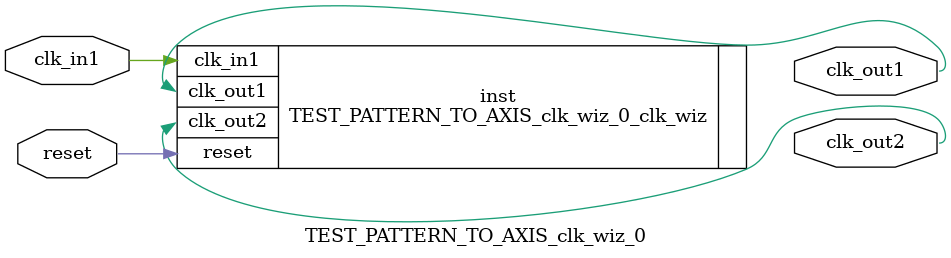
<source format=v>


`timescale 1ps/1ps

(* CORE_GENERATION_INFO = "TEST_PATTERN_TO_AXIS_clk_wiz_0,clk_wiz_v6_0_15_0_0,{component_name=TEST_PATTERN_TO_AXIS_clk_wiz_0,use_phase_alignment=true,use_min_o_jitter=false,use_max_i_jitter=false,use_dyn_phase_shift=false,use_inclk_switchover=false,use_dyn_reconfig=false,enable_axi=0,feedback_source=FDBK_AUTO,PRIMITIVE=MMCM,num_out_clk=2,clkin1_period=10.000,clkin2_period=10.000,use_power_down=false,use_reset=true,use_locked=false,use_inclk_stopped=false,feedback_type=SINGLE,CLOCK_MGR_TYPE=NA,manual_override=false}" *)

module TEST_PATTERN_TO_AXIS_clk_wiz_0 
 (
  // Clock out ports
  output        clk_out1,
  output        clk_out2,
  // Status and control signals
  input         reset,
 // Clock in ports
  input         clk_in1
 );

  TEST_PATTERN_TO_AXIS_clk_wiz_0_clk_wiz inst
  (
  // Clock out ports  
  .clk_out1(clk_out1),
  .clk_out2(clk_out2),
  // Status and control signals               
  .reset(reset), 
 // Clock in ports
  .clk_in1(clk_in1)
  );

endmodule

</source>
